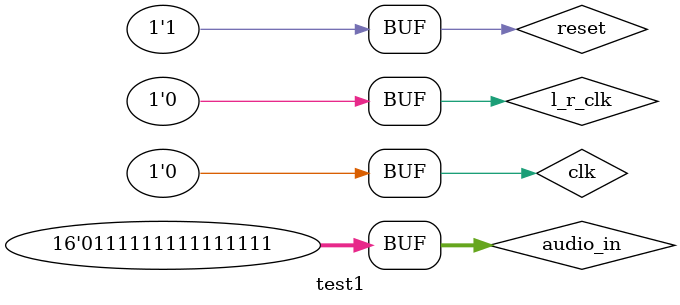
<source format=sv>

module test1();
logic clk, reset, l_r_clk;
logic signed [15:0] audio_in, audio_out;


three_band_eq three(clk, l_r_clk, reset, audio_in, audio_out);


always begin
clk = 0;
clk=1; #5; 
clk=0; #5;
end

always begin
l_r_clk = 0;
l_r_clk=1; #10; 
l_r_clk=0; #10;
end

initial begin 
reset=0; #22; 
reset=1;

audio_in = 16'h2000;  // ~0.020 in Q2.14

#20;

audio_in = 16'h4000;
    
#20;

audio_in = 16'h7FFF;
	
end

endmodule

</source>
